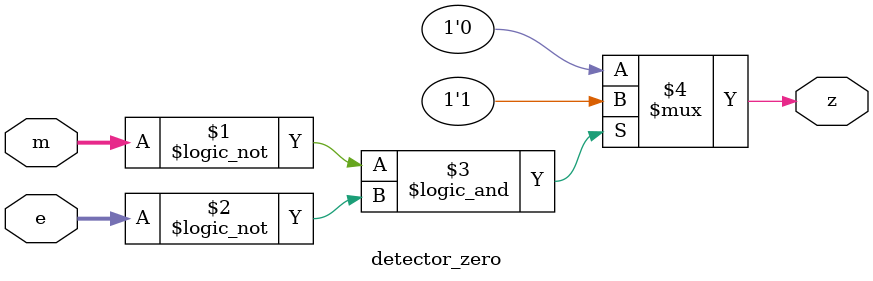
<source format=v>
/*
* The module detects whether the given number in ieee format is 
* a zero
*
*/

module detector_zero(m, e, z);
    parameter WIDTH_M = 23;
    parameter WIDTH_E = 8;

    input [WIDTH_M-1:0] m;
    input [WIDTH_E-1:0] e;

    output              z;

    // If m=0 and e=0 then the value is zero
    assign z = (m == 0 && e == 0) ? 1'b1 : 1'b0;
endmodule

</source>
